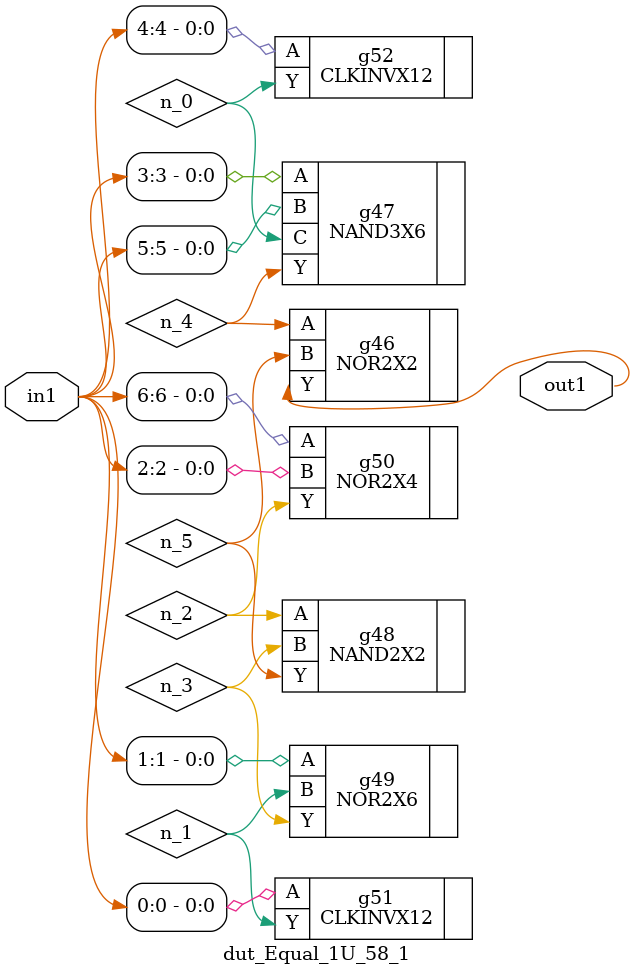
<source format=v>
`timescale 1ps / 1ps


module dut_Equal_1U_58_1(in1, out1);
  input [6:0] in1;
  output out1;
  wire [6:0] in1;
  wire out1;
  wire n_0, n_1, n_2, n_3, n_4, n_5;
  NOR2X2 g46(.A (n_4), .B (n_5), .Y (out1));
  NAND2X2 g48(.A (n_2), .B (n_3), .Y (n_5));
  NAND3X6 g47(.A (in1[3]), .B (in1[5]), .C (n_0), .Y (n_4));
  NOR2X6 g49(.A (in1[1]), .B (n_1), .Y (n_3));
  NOR2X4 g50(.A (in1[6]), .B (in1[2]), .Y (n_2));
  CLKINVX12 g51(.A (in1[0]), .Y (n_1));
  CLKINVX12 g52(.A (in1[4]), .Y (n_0));
endmodule



</source>
